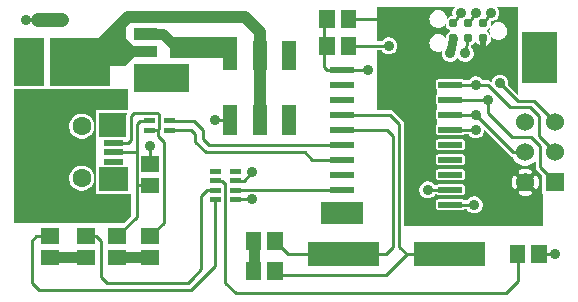
<source format=gbr>
G04 start of page 2 for group 0 idx 0 *
G04 Title: (unknown), top *
G04 Creator: pcb 20140316 *
G04 CreationDate: Thu 29 Oct 2015 06:01:01 PM GMT UTC *
G04 For: ndholmes *
G04 Format: Gerber/RS-274X *
G04 PCB-Dimensions (mil): 1875.00 1000.00 *
G04 PCB-Coordinate-Origin: lower left *
%MOIN*%
%FSLAX25Y25*%
%LNTOP*%
%ADD34C,0.0433*%
%ADD33C,0.0390*%
%ADD32C,0.0380*%
%ADD31C,0.0360*%
%ADD30R,0.0340X0.0340*%
%ADD29R,0.0945X0.0945*%
%ADD28R,0.0378X0.0378*%
%ADD27R,0.0197X0.0197*%
%ADD26R,0.0470X0.0470*%
%ADD25R,0.0630X0.0630*%
%ADD24R,0.0167X0.0167*%
%ADD23R,0.0787X0.0787*%
%ADD22R,0.0200X0.0200*%
%ADD21R,0.0512X0.0512*%
%ADD20C,0.0310*%
%ADD19C,0.0633*%
%ADD18C,0.0600*%
%ADD17C,0.0450*%
%ADD16C,0.0400*%
%ADD15C,0.0350*%
%ADD14C,0.0200*%
%ADD13C,0.0300*%
%ADD12C,0.0100*%
%ADD11C,0.0001*%
G54D11*G36*
X104000Y33500D02*X118000D01*
Y26000D01*
X104000D01*
Y33500D01*
G37*
G36*
X171000Y90000D02*X182500D01*
Y73000D01*
X171000D01*
Y90000D01*
G37*
G36*
X175613Y44429D02*X175659Y44317D01*
X175783Y44116D01*
X175936Y43936D01*
X175981Y43898D01*
X177501Y42377D01*
X177514Y36765D01*
X177569Y36535D01*
X177659Y36317D01*
X177783Y36116D01*
X177936Y35936D01*
X178000Y35881D01*
Y25500D01*
X175613D01*
Y37853D01*
X175656Y37860D01*
X175768Y37897D01*
X175873Y37952D01*
X175968Y38022D01*
X176051Y38106D01*
X176119Y38202D01*
X176170Y38308D01*
X176318Y38716D01*
X176422Y39137D01*
X176484Y39567D01*
X176505Y40000D01*
X176484Y40433D01*
X176422Y40863D01*
X176318Y41284D01*
X176175Y41694D01*
X176122Y41800D01*
X176053Y41896D01*
X175970Y41981D01*
X175875Y42051D01*
X175769Y42106D01*
X175657Y42143D01*
X175613Y42151D01*
Y44429D01*
G37*
G36*
X172002Y45486D02*X172706Y45542D01*
X173395Y45707D01*
X174049Y45978D01*
X174653Y46348D01*
X175192Y46808D01*
X175500Y47169D01*
Y45059D01*
X175495Y45000D01*
X175514Y44765D01*
X175569Y44535D01*
X175613Y44429D01*
Y42151D01*
X175540Y42163D01*
X175421Y42164D01*
X175304Y42146D01*
X175191Y42110D01*
X175085Y42057D01*
X174988Y41988D01*
X174904Y41905D01*
X174833Y41809D01*
X174779Y41704D01*
X174741Y41592D01*
X174722Y41475D01*
X174721Y41356D01*
X174739Y41239D01*
X174777Y41126D01*
X174876Y40855D01*
X174944Y40575D01*
X174986Y40289D01*
X175000Y40000D01*
X174986Y39711D01*
X174944Y39425D01*
X174876Y39145D01*
X174780Y38872D01*
X174742Y38761D01*
X174725Y38644D01*
X174725Y38526D01*
X174745Y38409D01*
X174782Y38297D01*
X174836Y38193D01*
X174906Y38098D01*
X174991Y38015D01*
X175087Y37946D01*
X175192Y37893D01*
X175305Y37857D01*
X175421Y37840D01*
X175539Y37841D01*
X175613Y37853D01*
Y25500D01*
X172002D01*
Y35495D01*
X172433Y35516D01*
X172863Y35578D01*
X173284Y35682D01*
X173694Y35825D01*
X173800Y35878D01*
X173896Y35947D01*
X173981Y36030D01*
X174051Y36125D01*
X174106Y36231D01*
X174143Y36343D01*
X174163Y36460D01*
X174164Y36579D01*
X174146Y36696D01*
X174110Y36809D01*
X174057Y36915D01*
X173988Y37012D01*
X173905Y37096D01*
X173809Y37167D01*
X173704Y37221D01*
X173592Y37259D01*
X173475Y37278D01*
X173356Y37279D01*
X173239Y37261D01*
X173126Y37223D01*
X172855Y37124D01*
X172575Y37056D01*
X172289Y37014D01*
X172002Y37000D01*
Y43000D01*
X172289Y42986D01*
X172575Y42944D01*
X172855Y42876D01*
X173128Y42780D01*
X173239Y42742D01*
X173356Y42725D01*
X173474Y42725D01*
X173591Y42745D01*
X173703Y42782D01*
X173807Y42836D01*
X173902Y42906D01*
X173985Y42991D01*
X174054Y43087D01*
X174107Y43192D01*
X174143Y43305D01*
X174160Y43421D01*
X174159Y43539D01*
X174140Y43656D01*
X174103Y43768D01*
X174048Y43873D01*
X173978Y43968D01*
X173894Y44051D01*
X173798Y44119D01*
X173692Y44170D01*
X173284Y44318D01*
X172863Y44422D01*
X172433Y44484D01*
X172002Y44505D01*
Y45486D01*
G37*
G36*
X168387Y47302D02*X168808Y46808D01*
X169347Y46348D01*
X169951Y45978D01*
X170605Y45707D01*
X171294Y45542D01*
X172000Y45486D01*
X172002Y45486D01*
Y44505D01*
X172000Y44505D01*
X171567Y44484D01*
X171137Y44422D01*
X170716Y44318D01*
X170306Y44175D01*
X170200Y44122D01*
X170104Y44053D01*
X170019Y43970D01*
X169949Y43875D01*
X169894Y43769D01*
X169857Y43657D01*
X169837Y43540D01*
X169836Y43421D01*
X169854Y43304D01*
X169890Y43191D01*
X169943Y43085D01*
X170012Y42988D01*
X170095Y42904D01*
X170191Y42833D01*
X170296Y42779D01*
X170408Y42741D01*
X170525Y42722D01*
X170644Y42721D01*
X170761Y42739D01*
X170874Y42777D01*
X171145Y42876D01*
X171425Y42944D01*
X171711Y42986D01*
X172000Y43000D01*
X172002Y43000D01*
Y37000D01*
X172000Y37000D01*
X171711Y37014D01*
X171425Y37056D01*
X171145Y37124D01*
X170872Y37220D01*
X170761Y37258D01*
X170644Y37275D01*
X170526Y37275D01*
X170409Y37255D01*
X170297Y37218D01*
X170193Y37164D01*
X170098Y37094D01*
X170015Y37009D01*
X169946Y36913D01*
X169893Y36808D01*
X169857Y36695D01*
X169840Y36579D01*
X169841Y36461D01*
X169860Y36344D01*
X169897Y36232D01*
X169952Y36127D01*
X170022Y36032D01*
X170106Y35949D01*
X170202Y35881D01*
X170308Y35830D01*
X170716Y35682D01*
X171137Y35578D01*
X171567Y35516D01*
X172000Y35495D01*
X172002Y35495D01*
Y25500D01*
X168387D01*
Y37849D01*
X168460Y37837D01*
X168579Y37836D01*
X168696Y37854D01*
X168809Y37890D01*
X168915Y37943D01*
X169012Y38012D01*
X169096Y38095D01*
X169167Y38191D01*
X169221Y38296D01*
X169259Y38408D01*
X169278Y38525D01*
X169279Y38644D01*
X169261Y38761D01*
X169223Y38874D01*
X169124Y39145D01*
X169056Y39425D01*
X169014Y39711D01*
X169000Y40000D01*
X169014Y40289D01*
X169056Y40575D01*
X169124Y40855D01*
X169220Y41128D01*
X169258Y41239D01*
X169275Y41356D01*
X169275Y41474D01*
X169255Y41591D01*
X169218Y41703D01*
X169164Y41807D01*
X169094Y41902D01*
X169009Y41985D01*
X168913Y42054D01*
X168808Y42107D01*
X168695Y42143D01*
X168579Y42160D01*
X168461Y42159D01*
X168387Y42147D01*
Y47302D01*
G37*
G36*
X161000Y50000D02*X165879D01*
X166898Y48981D01*
X166936Y48936D01*
X167115Y48783D01*
X167116Y48783D01*
X167317Y48659D01*
X167535Y48569D01*
X167743Y48519D01*
X167978Y47951D01*
X168348Y47347D01*
X168387Y47302D01*
Y42147D01*
X168344Y42140D01*
X168232Y42103D01*
X168127Y42048D01*
X168032Y41978D01*
X167949Y41894D01*
X167881Y41798D01*
X167830Y41692D01*
X167682Y41284D01*
X167578Y40863D01*
X167516Y40433D01*
X167495Y40000D01*
X167516Y39567D01*
X167578Y39137D01*
X167682Y38716D01*
X167825Y38306D01*
X167878Y38200D01*
X167947Y38104D01*
X168030Y38019D01*
X168125Y37949D01*
X168231Y37894D01*
X168343Y37857D01*
X168387Y37849D01*
Y25500D01*
X161000D01*
Y50000D01*
G37*
G36*
X147000Y90654D02*X147210Y90567D01*
X147490Y90500D01*
X147210Y90433D01*
X147000Y90346D01*
Y90654D01*
G37*
G36*
Y98500D02*X148530D01*
X148514Y98486D01*
X148228Y98151D01*
X147997Y97775D01*
X147829Y97368D01*
X147726Y96939D01*
X147691Y96500D01*
X147726Y96061D01*
X147829Y95632D01*
X147864Y95547D01*
X147600Y95526D01*
X147210Y95433D01*
X147000Y95346D01*
Y98500D01*
G37*
G36*
X168387Y47302D02*X168808Y46808D01*
X169347Y46348D01*
X169500Y46254D01*
Y25500D01*
X168387D01*
Y37849D01*
X168460Y37837D01*
X168579Y37836D01*
X168696Y37854D01*
X168809Y37890D01*
X168915Y37943D01*
X169012Y38012D01*
X169096Y38095D01*
X169167Y38191D01*
X169221Y38296D01*
X169259Y38408D01*
X169278Y38525D01*
X169279Y38644D01*
X169261Y38761D01*
X169223Y38874D01*
X169124Y39145D01*
X169056Y39425D01*
X169014Y39711D01*
X169000Y40000D01*
X169014Y40289D01*
X169056Y40575D01*
X169124Y40855D01*
X169220Y41128D01*
X169258Y41239D01*
X169275Y41356D01*
X169275Y41474D01*
X169255Y41591D01*
X169218Y41703D01*
X169164Y41807D01*
X169094Y41902D01*
X169009Y41985D01*
X168913Y42054D01*
X168808Y42107D01*
X168695Y42143D01*
X168579Y42160D01*
X168461Y42159D01*
X168387Y42147D01*
Y47302D01*
G37*
G36*
X147000Y55704D02*X151126Y55707D01*
X151248Y55737D01*
X151364Y55785D01*
X151472Y55851D01*
X151567Y55933D01*
X151625Y56000D01*
X153135D01*
X153228Y55849D01*
X153514Y55514D01*
X153849Y55228D01*
X154225Y54997D01*
X154632Y54829D01*
X155061Y54726D01*
X155500Y54691D01*
X155939Y54726D01*
X156368Y54829D01*
X156775Y54997D01*
X157151Y55228D01*
X157486Y55514D01*
X157772Y55849D01*
X158003Y56225D01*
X158171Y56632D01*
X158274Y57061D01*
X158300Y57500D01*
X158379D01*
X166898Y48981D01*
X166936Y48936D01*
X167115Y48783D01*
X167116Y48783D01*
X167317Y48659D01*
X167535Y48569D01*
X167743Y48519D01*
X167978Y47951D01*
X168348Y47347D01*
X168387Y47302D01*
Y42147D01*
X168344Y42140D01*
X168232Y42103D01*
X168127Y42048D01*
X168032Y41978D01*
X167949Y41894D01*
X167881Y41798D01*
X167830Y41692D01*
X167682Y41284D01*
X167578Y40863D01*
X167516Y40433D01*
X167495Y40000D01*
X167516Y39567D01*
X167578Y39137D01*
X167682Y38716D01*
X167825Y38306D01*
X167878Y38200D01*
X167947Y38104D01*
X168030Y38019D01*
X168125Y37949D01*
X168231Y37894D01*
X168343Y37857D01*
X168387Y37849D01*
Y25500D01*
X147000D01*
Y30704D01*
X151126Y30707D01*
X151248Y30737D01*
X151364Y30785D01*
X151472Y30851D01*
X151567Y30933D01*
X151625Y31000D01*
X152635D01*
X152728Y30849D01*
X153014Y30514D01*
X153349Y30228D01*
X153725Y29997D01*
X154132Y29829D01*
X154561Y29726D01*
X155000Y29691D01*
X155439Y29726D01*
X155868Y29829D01*
X156275Y29997D01*
X156651Y30228D01*
X156986Y30514D01*
X157272Y30849D01*
X157503Y31225D01*
X157671Y31632D01*
X157774Y32061D01*
X157800Y32500D01*
X157774Y32939D01*
X157671Y33368D01*
X157503Y33775D01*
X157272Y34151D01*
X156986Y34486D01*
X156651Y34772D01*
X156275Y35003D01*
X155868Y35171D01*
X155439Y35274D01*
X155000Y35309D01*
X154561Y35274D01*
X154132Y35171D01*
X153725Y35003D01*
X153349Y34772D01*
X153014Y34486D01*
X152728Y34151D01*
X152635Y34000D01*
X151625D01*
X151567Y34067D01*
X151472Y34149D01*
X151364Y34215D01*
X151248Y34263D01*
X151126Y34293D01*
X151000Y34300D01*
X147000Y34296D01*
Y35704D01*
X151126Y35707D01*
X151248Y35737D01*
X151364Y35785D01*
X151472Y35851D01*
X151567Y35933D01*
X151649Y36028D01*
X151715Y36136D01*
X151763Y36252D01*
X151793Y36374D01*
X151800Y36500D01*
X151793Y38626D01*
X151763Y38748D01*
X151715Y38864D01*
X151649Y38972D01*
X151567Y39067D01*
X151472Y39149D01*
X151364Y39215D01*
X151248Y39263D01*
X151126Y39293D01*
X151000Y39300D01*
X147000Y39296D01*
Y40704D01*
X151126Y40707D01*
X151248Y40737D01*
X151364Y40785D01*
X151472Y40851D01*
X151567Y40933D01*
X151649Y41028D01*
X151715Y41136D01*
X151763Y41252D01*
X151793Y41374D01*
X151800Y41500D01*
X151793Y43626D01*
X151763Y43748D01*
X151715Y43864D01*
X151649Y43972D01*
X151567Y44067D01*
X151472Y44149D01*
X151364Y44215D01*
X151248Y44263D01*
X151126Y44293D01*
X151000Y44300D01*
X147000Y44296D01*
Y45704D01*
X151126Y45707D01*
X151248Y45737D01*
X151364Y45785D01*
X151472Y45851D01*
X151567Y45933D01*
X151649Y46028D01*
X151715Y46136D01*
X151763Y46252D01*
X151793Y46374D01*
X151800Y46500D01*
X151793Y48626D01*
X151763Y48748D01*
X151715Y48864D01*
X151649Y48972D01*
X151567Y49067D01*
X151472Y49149D01*
X151364Y49215D01*
X151248Y49263D01*
X151126Y49293D01*
X151000Y49300D01*
X147000Y49296D01*
Y50704D01*
X151126Y50707D01*
X151248Y50737D01*
X151364Y50785D01*
X151472Y50851D01*
X151567Y50933D01*
X151649Y51028D01*
X151715Y51136D01*
X151763Y51252D01*
X151793Y51374D01*
X151800Y51500D01*
X151793Y53626D01*
X151763Y53748D01*
X151715Y53864D01*
X151649Y53972D01*
X151567Y54067D01*
X151472Y54149D01*
X151364Y54215D01*
X151248Y54263D01*
X151126Y54293D01*
X151000Y54300D01*
X147000Y54296D01*
Y55704D01*
G37*
G36*
X162995Y95213D02*X163003Y95225D01*
X163171Y95632D01*
X163274Y96061D01*
X163300Y96500D01*
X163274Y96939D01*
X163171Y97368D01*
X163003Y97775D01*
X162995Y97787D01*
Y98500D01*
X169500D01*
Y69121D01*
X166233Y72389D01*
X166274Y72561D01*
X166300Y73000D01*
X166274Y73439D01*
X166171Y73868D01*
X166003Y74275D01*
X165772Y74651D01*
X165486Y74986D01*
X165151Y75272D01*
X164775Y75503D01*
X164368Y75671D01*
X163939Y75774D01*
X163500Y75809D01*
X163061Y75774D01*
X162995Y75758D01*
Y87541D01*
X163000Y87541D01*
X163463Y87577D01*
X163914Y87686D01*
X164343Y87863D01*
X164739Y88106D01*
X165092Y88408D01*
X165394Y88761D01*
X165637Y89157D01*
X165814Y89586D01*
X165923Y90037D01*
X165950Y90500D01*
X165923Y90963D01*
X165814Y91414D01*
X165637Y91843D01*
X165394Y92239D01*
X165092Y92592D01*
X164739Y92894D01*
X164343Y93137D01*
X163914Y93314D01*
X163463Y93423D01*
X163000Y93459D01*
X162995Y93459D01*
Y95213D01*
G37*
G36*
Y97787D02*X162772Y98151D01*
X162486Y98486D01*
X162470Y98500D01*
X162995D01*
Y97787D01*
G37*
G36*
X160550Y93000D02*X160526Y93400D01*
X160456Y93695D01*
X160500Y93691D01*
X160939Y93726D01*
X161368Y93829D01*
X161775Y93997D01*
X162151Y94228D01*
X162486Y94514D01*
X162772Y94849D01*
X162995Y95213D01*
Y93459D01*
X162537Y93423D01*
X162086Y93314D01*
X161657Y93137D01*
X161261Y92894D01*
X160908Y92592D01*
X160606Y92239D01*
X160363Y91843D01*
X160186Y91414D01*
X160077Y90963D01*
X160041Y90500D01*
X160077Y90037D01*
X160186Y89586D01*
X160363Y89157D01*
X160606Y88761D01*
X160908Y88408D01*
X161261Y88106D01*
X161657Y87863D01*
X162086Y87686D01*
X162537Y87577D01*
X162995Y87541D01*
Y75758D01*
X162632Y75671D01*
X162225Y75503D01*
X161849Y75272D01*
X161514Y74986D01*
X161228Y74651D01*
X160997Y74275D01*
X160829Y73868D01*
X160726Y73439D01*
X160723Y73399D01*
X160602Y73519D01*
X160564Y73564D01*
X160384Y73717D01*
X160183Y73841D01*
X159965Y73931D01*
X159735Y73986D01*
X159735Y73986D01*
X159500Y74005D01*
X159441Y74000D01*
X157865D01*
X157772Y74151D01*
X157486Y74486D01*
X157151Y74772D01*
X156775Y75003D01*
X156368Y75171D01*
X155939Y75274D01*
X155500Y75309D01*
X155061Y75274D01*
X154632Y75171D01*
X154225Y75003D01*
X153849Y74772D01*
X153514Y74486D01*
X153228Y74151D01*
X153135Y74000D01*
X151625D01*
X151567Y74067D01*
X151472Y74149D01*
X151364Y74215D01*
X151248Y74263D01*
X151126Y74293D01*
X151000Y74300D01*
X147000Y74296D01*
Y80191D01*
X147439Y80226D01*
X147868Y80329D01*
X148275Y80497D01*
X148651Y80728D01*
X148986Y81014D01*
X149272Y81349D01*
X149500Y81721D01*
X149728Y81349D01*
X150014Y81014D01*
X150349Y80728D01*
X150725Y80497D01*
X151132Y80329D01*
X151561Y80226D01*
X152000Y80191D01*
X152439Y80226D01*
X152868Y80329D01*
X153275Y80497D01*
X153651Y80728D01*
X153986Y81014D01*
X154272Y81349D01*
X154503Y81725D01*
X154671Y82132D01*
X154774Y82561D01*
X154800Y83000D01*
X154774Y83439D01*
X154671Y83868D01*
X154503Y84275D01*
X154272Y84651D01*
X153986Y84986D01*
X153936Y85029D01*
X154066Y85681D01*
X154161Y85721D01*
X154503Y85931D01*
X154809Y86191D01*
X155069Y86497D01*
X155279Y86839D01*
X155433Y87210D01*
X155500Y87490D01*
X155567Y87210D01*
X155721Y86839D01*
X155931Y86497D01*
X156191Y86191D01*
X156497Y85931D01*
X156839Y85721D01*
X157210Y85567D01*
X157600Y85474D01*
X158000Y85442D01*
X158400Y85474D01*
X158790Y85567D01*
X159161Y85721D01*
X159503Y85931D01*
X159809Y86191D01*
X160069Y86497D01*
X160279Y86839D01*
X160433Y87210D01*
X160526Y87600D01*
X160550Y88000D01*
X160526Y88400D01*
X160433Y88790D01*
X160279Y89161D01*
X160069Y89503D01*
X159809Y89809D01*
X159503Y90069D01*
X159161Y90279D01*
X158790Y90433D01*
X158510Y90500D01*
X158790Y90567D01*
X159161Y90721D01*
X159503Y90931D01*
X159809Y91191D01*
X160069Y91497D01*
X160279Y91839D01*
X160433Y92210D01*
X160526Y92600D01*
X160550Y93000D01*
G37*
G36*
X147000Y74296D02*X142874Y74293D01*
X142752Y74263D01*
X142636Y74215D01*
X142528Y74149D01*
X142433Y74067D01*
X142351Y73972D01*
X142285Y73864D01*
X142237Y73748D01*
X142207Y73626D01*
X142200Y73500D01*
X142207Y71374D01*
X142237Y71252D01*
X142285Y71136D01*
X142351Y71028D01*
X142433Y70933D01*
X142500Y70875D01*
Y69125D01*
X142433Y69067D01*
X142351Y68972D01*
X142285Y68864D01*
X142237Y68748D01*
X142207Y68626D01*
X142200Y68500D01*
X142207Y66374D01*
X142237Y66252D01*
X142285Y66136D01*
X142351Y66028D01*
X142433Y65933D01*
X142500Y65875D01*
Y64125D01*
X142433Y64067D01*
X142351Y63972D01*
X142285Y63864D01*
X142237Y63748D01*
X142207Y63626D01*
X142200Y63500D01*
X142207Y61374D01*
X142237Y61252D01*
X142285Y61136D01*
X142351Y61028D01*
X142433Y60933D01*
X142500Y60875D01*
Y59125D01*
X142433Y59067D01*
X142351Y58972D01*
X142285Y58864D01*
X142237Y58748D01*
X142207Y58626D01*
X142200Y58500D01*
X142207Y56374D01*
X142237Y56252D01*
X142285Y56136D01*
X142351Y56028D01*
X142433Y55933D01*
X142528Y55851D01*
X142636Y55785D01*
X142752Y55737D01*
X142874Y55707D01*
X143000Y55700D01*
X147000Y55704D01*
Y54296D01*
X142874Y54293D01*
X142752Y54263D01*
X142636Y54215D01*
X142528Y54149D01*
X142433Y54067D01*
X142351Y53972D01*
X142285Y53864D01*
X142237Y53748D01*
X142207Y53626D01*
X142200Y53500D01*
X142207Y51374D01*
X142237Y51252D01*
X142285Y51136D01*
X142351Y51028D01*
X142433Y50933D01*
X142528Y50851D01*
X142636Y50785D01*
X142752Y50737D01*
X142874Y50707D01*
X143000Y50700D01*
X147000Y50704D01*
Y49296D01*
X142874Y49293D01*
X142752Y49263D01*
X142636Y49215D01*
X142528Y49149D01*
X142433Y49067D01*
X142351Y48972D01*
X142285Y48864D01*
X142237Y48748D01*
X142207Y48626D01*
X142200Y48500D01*
X142207Y46374D01*
X142237Y46252D01*
X142285Y46136D01*
X142351Y46028D01*
X142433Y45933D01*
X142528Y45851D01*
X142636Y45785D01*
X142752Y45737D01*
X142874Y45707D01*
X143000Y45700D01*
X147000Y45704D01*
Y44296D01*
X142874Y44293D01*
X142752Y44263D01*
X142636Y44215D01*
X142528Y44149D01*
X142433Y44067D01*
X142351Y43972D01*
X142285Y43864D01*
X142237Y43748D01*
X142207Y43626D01*
X142200Y43500D01*
X142207Y41374D01*
X142237Y41252D01*
X142285Y41136D01*
X142351Y41028D01*
X142433Y40933D01*
X142528Y40851D01*
X142636Y40785D01*
X142752Y40737D01*
X142874Y40707D01*
X143000Y40700D01*
X147000Y40704D01*
Y39296D01*
X142874Y39293D01*
X142752Y39263D01*
X142636Y39215D01*
X142528Y39149D01*
X142433Y39067D01*
X142375Y39000D01*
X141865D01*
X141772Y39151D01*
X141486Y39486D01*
X141151Y39772D01*
X140775Y40003D01*
X140368Y40171D01*
X139939Y40274D01*
X139500Y40309D01*
X139061Y40274D01*
X138632Y40171D01*
X138225Y40003D01*
X137849Y39772D01*
X137514Y39486D01*
X137228Y39151D01*
X136997Y38775D01*
X136829Y38368D01*
X136726Y37939D01*
X136691Y37500D01*
X136726Y37061D01*
X136829Y36632D01*
X136997Y36225D01*
X137228Y35849D01*
X137514Y35514D01*
X137849Y35228D01*
X138225Y34997D01*
X138632Y34829D01*
X139061Y34726D01*
X139500Y34691D01*
X139939Y34726D01*
X140368Y34829D01*
X140775Y34997D01*
X141151Y35228D01*
X141486Y35514D01*
X141772Y35849D01*
X141865Y36000D01*
X142375D01*
X142433Y35933D01*
X142528Y35851D01*
X142636Y35785D01*
X142752Y35737D01*
X142874Y35707D01*
X143000Y35700D01*
X147000Y35704D01*
Y34296D01*
X142874Y34293D01*
X142752Y34263D01*
X142636Y34215D01*
X142528Y34149D01*
X142433Y34067D01*
X142351Y33972D01*
X142285Y33864D01*
X142237Y33748D01*
X142207Y33626D01*
X142200Y33500D01*
X142207Y31374D01*
X142237Y31252D01*
X142285Y31136D01*
X142351Y31028D01*
X142433Y30933D01*
X142528Y30851D01*
X142636Y30785D01*
X142752Y30737D01*
X142874Y30707D01*
X143000Y30700D01*
X147000Y30704D01*
Y25500D01*
X131500D01*
Y59441D01*
X131505Y59500D01*
X131486Y59735D01*
X131431Y59965D01*
X131341Y60183D01*
X131217Y60384D01*
X131064Y60564D01*
X131019Y60602D01*
X128102Y63519D01*
X128064Y63564D01*
X127884Y63717D01*
X127683Y63841D01*
X127465Y63931D01*
X127235Y63986D01*
X127000Y64005D01*
X126941Y64000D01*
X122500D01*
Y84000D01*
X124135D01*
X124228Y83849D01*
X124514Y83514D01*
X124849Y83228D01*
X125225Y82997D01*
X125632Y82829D01*
X126061Y82726D01*
X126500Y82691D01*
X126939Y82726D01*
X127368Y82829D01*
X127775Y82997D01*
X128151Y83228D01*
X128486Y83514D01*
X128772Y83849D01*
X129003Y84225D01*
X129171Y84632D01*
X129274Y85061D01*
X129300Y85500D01*
X129274Y85939D01*
X129171Y86368D01*
X129003Y86775D01*
X128772Y87151D01*
X128486Y87486D01*
X128151Y87772D01*
X127775Y88003D01*
X127368Y88171D01*
X126939Y88274D01*
X126500Y88309D01*
X126061Y88274D01*
X125632Y88171D01*
X125225Y88003D01*
X124849Y87772D01*
X124514Y87486D01*
X124228Y87151D01*
X124135Y87000D01*
X122500D01*
Y98500D01*
X147000D01*
Y95346D01*
X146839Y95279D01*
X146497Y95069D01*
X146191Y94809D01*
X145949Y94524D01*
X145923Y94963D01*
X145814Y95414D01*
X145637Y95843D01*
X145394Y96239D01*
X145092Y96592D01*
X144739Y96894D01*
X144343Y97137D01*
X143914Y97314D01*
X143463Y97423D01*
X143000Y97459D01*
X142537Y97423D01*
X142086Y97314D01*
X141657Y97137D01*
X141261Y96894D01*
X140908Y96592D01*
X140606Y96239D01*
X140363Y95843D01*
X140186Y95414D01*
X140077Y94963D01*
X140041Y94500D01*
X140077Y94037D01*
X140186Y93586D01*
X140363Y93157D01*
X140606Y92761D01*
X140908Y92408D01*
X141261Y92106D01*
X141657Y91863D01*
X142086Y91686D01*
X142537Y91577D01*
X143000Y91541D01*
X143463Y91577D01*
X143914Y91686D01*
X144343Y91863D01*
X144739Y92106D01*
X145092Y92408D01*
X145394Y92761D01*
X145453Y92858D01*
X145474Y92600D01*
X145567Y92210D01*
X145721Y91839D01*
X145931Y91497D01*
X146191Y91191D01*
X146497Y90931D01*
X146839Y90721D01*
X147000Y90654D01*
Y90346D01*
X146839Y90279D01*
X146497Y90069D01*
X146191Y89809D01*
X145931Y89503D01*
X145721Y89161D01*
X145567Y88790D01*
X145474Y88400D01*
X145453Y88142D01*
X145394Y88239D01*
X145092Y88592D01*
X144739Y88894D01*
X144343Y89137D01*
X143914Y89314D01*
X143463Y89423D01*
X143000Y89459D01*
X142537Y89423D01*
X142086Y89314D01*
X141657Y89137D01*
X141261Y88894D01*
X140908Y88592D01*
X140606Y88239D01*
X140363Y87843D01*
X140186Y87414D01*
X140077Y86963D01*
X140041Y86500D01*
X140077Y86037D01*
X140186Y85586D01*
X140363Y85157D01*
X140606Y84761D01*
X140908Y84408D01*
X141261Y84106D01*
X141657Y83863D01*
X142086Y83686D01*
X142537Y83577D01*
X143000Y83541D01*
X143463Y83577D01*
X143914Y83686D01*
X144326Y83856D01*
X144226Y83439D01*
X144191Y83000D01*
X144226Y82561D01*
X144329Y82132D01*
X144497Y81725D01*
X144728Y81349D01*
X145014Y81014D01*
X145349Y80728D01*
X145725Y80497D01*
X146132Y80329D01*
X146561Y80226D01*
X147000Y80191D01*
Y74296D01*
G37*
G36*
X11500Y88000D02*Y72000D01*
X1500D01*
Y88000D01*
X11500D01*
G37*
G36*
X13500Y72000D02*Y88000D01*
X33500D01*
Y72000D01*
X13500D01*
G37*
G36*
X53738Y88500D02*X76000D01*
Y81500D01*
X53500D01*
Y87999D01*
X53595Y88154D01*
X53738Y88500D01*
G37*
G36*
X37565Y82000D02*X34000D01*
Y92000D01*
X39000D01*
Y83442D01*
X37565Y82000D01*
G37*
G36*
X41500Y70000D02*Y79500D01*
X60000D01*
Y70000D01*
X41500D01*
G37*
G36*
X30000Y37000D02*Y45000D01*
X39500D01*
Y37000D01*
X30000D01*
G37*
G36*
X1500Y71000D02*X26500D01*
Y62089D01*
X26019Y62384D01*
X25413Y62635D01*
X24776Y62788D01*
X24122Y62839D01*
X23468Y62788D01*
X22831Y62635D01*
X22225Y62384D01*
X21666Y62041D01*
X21167Y61616D01*
X20742Y61117D01*
X20399Y60558D01*
X20148Y59952D01*
X19995Y59315D01*
X19944Y58661D01*
X19995Y58007D01*
X20148Y57370D01*
X20399Y56764D01*
X20742Y56205D01*
X21167Y55706D01*
X21666Y55281D01*
X22225Y54938D01*
X22831Y54687D01*
X23468Y54534D01*
X24122Y54483D01*
X24776Y54534D01*
X25413Y54687D01*
X26019Y54938D01*
X26500Y55233D01*
Y44767D01*
X26019Y45062D01*
X25413Y45313D01*
X24776Y45466D01*
X24122Y45517D01*
X23468Y45466D01*
X22831Y45313D01*
X22225Y45062D01*
X21666Y44719D01*
X21167Y44294D01*
X20742Y43795D01*
X20399Y43236D01*
X20148Y42630D01*
X19995Y41993D01*
X19944Y41339D01*
X19995Y40685D01*
X20148Y40048D01*
X20399Y39442D01*
X20742Y38883D01*
X21167Y38384D01*
X21666Y37959D01*
X22225Y37616D01*
X22831Y37365D01*
X23468Y37212D01*
X24122Y37161D01*
X24776Y37212D01*
X25413Y37365D01*
X26019Y37616D01*
X26500Y37911D01*
Y26500D01*
X1500D01*
Y71000D01*
G37*
G36*
X25500Y36000D02*X40500D01*
Y28664D01*
X38336Y26500D01*
X25500D01*
Y36000D01*
G37*
G36*
X26000Y71000D02*X39500D01*
Y64000D01*
X26000D01*
Y71000D01*
G37*
G36*
X25000Y65000D02*X29000D01*
Y34500D01*
X25000D01*
Y37266D01*
X25413Y37365D01*
X26019Y37616D01*
X26578Y37959D01*
X27077Y38384D01*
X27502Y38883D01*
X27845Y39442D01*
X28096Y40048D01*
X28249Y40685D01*
X28288Y41339D01*
X28249Y41993D01*
X28096Y42630D01*
X27845Y43236D01*
X27502Y43795D01*
X27077Y44294D01*
X26578Y44719D01*
X26019Y45062D01*
X25413Y45313D01*
X25000Y45412D01*
Y54588D01*
X25413Y54687D01*
X26019Y54938D01*
X26578Y55281D01*
X27077Y55706D01*
X27502Y56205D01*
X27845Y56764D01*
X28096Y57370D01*
X28249Y58007D01*
X28288Y58661D01*
X28249Y59315D01*
X28096Y59952D01*
X27845Y60558D01*
X27502Y61117D01*
X27077Y61616D01*
X26578Y62041D01*
X26019Y62384D01*
X25413Y62635D01*
X25000Y62734D01*
Y65000D01*
G37*
G36*
X30000Y55000D02*Y63000D01*
X39381D01*
X39283Y62884D01*
X39159Y62683D01*
X39069Y62465D01*
X39014Y62235D01*
X39014Y62235D01*
X38995Y62000D01*
X39000Y61941D01*
Y55000D01*
X30000D01*
G37*
G54D12*X111000Y62500D02*X127000D01*
X130000Y59500D01*
Y18500D01*
X111000Y57500D02*X126000D01*
X128000Y55500D01*
Y18500D01*
X130000D02*X132500Y16000D01*
X146717D01*
X147000Y37500D02*X139500D01*
X155000Y32500D02*X147000D01*
X128000Y18500D02*X125500Y16000D01*
X93043D01*
X125500Y9000D02*X88500D01*
X75500Y3000D02*X165500D01*
X169500Y7000D01*
Y16000D01*
X132500D02*X125500Y9000D01*
X113043Y85500D02*X126500D01*
G54D13*X148000Y88000D02*X147000Y83000D01*
G54D12*X153000Y88000D02*X152000Y83000D01*
G54D14*X158000Y88000D02*Y83500D01*
G54D12*X113043Y94500D02*X126000D01*
X153000Y93000D02*X155500Y96500D01*
X158000Y93000D02*X160500Y96500D01*
X148000Y93000D02*X150500Y96500D01*
X106000Y77500D02*X119500D01*
X155500Y62500D02*X168000Y50000D01*
X167500Y55000D02*X159500Y63000D01*
X147000Y57500D02*X155500D01*
X168000Y50000D02*X172000D01*
X174000Y55000D02*X167500D01*
X182000Y40000D02*X177000Y45000D01*
X182000Y16000D02*X176543D01*
X182000Y50000D02*X176500Y55500D01*
X177000Y45000D02*Y52000D01*
X174000Y55000D01*
X147000Y67500D02*X159500D01*
X147000Y62500D02*X155500D01*
X159500Y63000D02*Y67500D01*
X147000Y72500D02*X159500D01*
X167000Y65000D02*X159500Y72500D01*
X163500Y73000D02*X169500Y67000D01*
X176500Y55500D02*Y62000D01*
X173500Y65000D01*
X167000D01*
X169500Y67000D02*X175000D01*
X182000Y60000D01*
X62000Y53500D02*X65500Y50000D01*
X73700Y60675D02*X68500D01*
X65500Y50000D02*X98500D01*
X78075Y40575D02*X81000Y43500D01*
X65925Y37425D02*X64000Y35500D01*
X75348Y34276D02*X81000D01*
X68652Y37425D02*X65925D01*
X75348Y40575D02*X78075D01*
X70925D02*X72000Y39500D01*
X68652Y40575D02*X70925D01*
X71750Y39750D01*
X66500Y52500D02*X111000D01*
X106000Y77500D02*X105000Y78500D01*
Y94500D01*
X98500Y50000D02*X101000Y47500D01*
X111000D01*
X75348Y37425D02*X111000D01*
X64000Y35500D02*Y11000D01*
X68652Y34276D02*Y12152D01*
X64000Y11000D02*X59500Y6500D01*
X68652Y12152D02*X60500Y4000D01*
X93043Y16000D02*X88543Y20500D01*
G54D15*X81457D02*Y10500D01*
G54D12*X59500Y6500D02*X61500Y8500D01*
X72000Y39500D02*Y6500D01*
X75500Y3000D01*
G54D16*X28000Y83500D02*X39500Y95000D01*
G54D15*X44858Y89406D02*X51137D01*
X56500Y84043D01*
G54D17*X9500Y94000D02*X17500D01*
G54D12*X53348Y60575D02*X61425D01*
X46652D02*X43575D01*
X50000Y62500D02*X49500Y63000D01*
X41500D01*
X40500Y62000D01*
X60500Y4000D02*X16000D01*
X32500Y6500D02*X59500D01*
G54D15*X14000Y15043D02*X25000D01*
G54D12*X17000Y4000D02*X10000D01*
X7500Y6500D01*
Y20500D01*
X9000Y22000D01*
X13957D01*
X14000Y22043D01*
X25000D02*X28957D01*
X30500Y20500D01*
X42500Y28543D02*X36000Y22043D01*
X51500Y26543D02*X47000Y22043D01*
X30500Y20500D02*Y8500D01*
X32500Y6500D01*
G54D15*X47000Y14957D02*X36000D01*
G54D16*X83500Y90000D02*Y60675D01*
X39500Y95000D02*X78500D01*
X83500Y90000D01*
G54D12*X43575Y60575D02*X42500Y59500D01*
X61425Y60575D02*X64500Y57500D01*
Y54500D01*
X60575Y57425D02*X62000Y56000D01*
X64500Y54500D02*X66500Y52500D01*
X62000Y56000D02*Y53500D01*
X53348Y57425D02*X60575D01*
X46652D02*X49425D01*
X50000Y58000D01*
Y62500D01*
X49425Y57425D02*Y55575D01*
X51500Y53500D01*
X47000Y38957D02*X42500D01*
X51500Y53500D02*Y26543D01*
X40500Y62000D02*Y54000D01*
X47000Y46043D02*Y52000D01*
X42500Y59500D02*Y28543D01*
X34752Y50000D02*X42500D01*
X34752Y53150D02*X39650D01*
X40500Y54000D01*
G54D18*X182000Y60000D03*
X172000D03*
G54D11*G36*
X179000Y43000D02*Y37000D01*
X185000D01*
Y43000D01*
X179000D01*
G37*
G54D18*X182000Y50000D03*
X172000Y40000D03*
Y50000D03*
G54D19*X24122Y58661D03*
Y41339D03*
G54D20*X158000Y93000D03*
Y88000D03*
G54D21*X166957Y81893D02*Y81107D01*
X174043Y81893D02*Y81107D01*
G54D20*X153000Y93000D03*
Y88000D03*
X148000Y93000D03*
Y88000D03*
G54D22*X144000Y62500D02*X150000D01*
X144000Y67500D02*X150000D01*
X144000Y72500D02*X150000D01*
X144000Y77500D02*X150000D01*
G54D21*X176543Y16393D02*Y15607D01*
X169457Y16393D02*Y15607D01*
G54D22*X144000Y32500D02*X150000D01*
G54D23*X138843Y16000D02*X154591D01*
G54D22*X144000Y37500D02*X150000D01*
X144000Y42500D02*X150000D01*
X144000Y47500D02*X150000D01*
X144000Y52500D02*X150000D01*
X144000Y57500D02*X150000D01*
G54D24*X67717Y34276D02*X69587D01*
G54D21*X88543Y20893D02*Y20107D01*
X81457Y20893D02*Y20107D01*
X88543Y10893D02*Y10107D01*
X81457Y10893D02*Y10107D01*
G54D22*X108000Y32500D02*X114000D01*
G54D23*X103409Y16000D02*X119157D01*
G54D21*X25107Y14957D02*X25893D01*
X35607D02*X36393D01*
X46607D02*X47393D01*
X25107Y22043D02*X25893D01*
X35607D02*X36393D01*
X46607D02*X47393D01*
G54D25*X33177Y32874D02*X34752D01*
G54D21*X13107Y14957D02*X13893D01*
X13107Y22043D02*X13893D01*
G54D25*X11524Y32874D02*X13098D01*
G54D24*X74413Y40575D02*X76283D01*
X74413Y43724D02*X76283D01*
X67717D02*X69587D01*
X67717Y40575D02*X69587D01*
X67717Y37425D02*X69587D01*
X74413Y34276D02*X76283D01*
X74413Y37425D02*X76283D01*
G54D26*X73700Y84900D02*Y79750D01*
X83500Y84900D02*Y79750D01*
X93300Y84900D02*Y79750D01*
X73700Y63250D02*Y58100D01*
X83500Y63250D02*Y58100D01*
X93300Y63250D02*Y58100D01*
G54D22*X108000Y77500D02*X114000D01*
X108000Y72500D02*X114000D01*
X108000Y67500D02*X114000D01*
X108000Y62500D02*X114000D01*
X108000Y57500D02*X114000D01*
X108000Y52500D02*X114000D01*
X108000Y47500D02*X114000D01*
X108000Y42500D02*X114000D01*
X108000Y37500D02*X114000D01*
G54D21*X105957Y94893D02*Y94107D01*
Y85893D02*Y85107D01*
X113043Y94893D02*Y94107D01*
Y85893D02*Y85107D01*
G54D24*X45717Y60575D02*X47587D01*
X45717Y57425D02*X47587D01*
G54D21*X46607Y38957D02*X47393D01*
X46607Y46043D02*X47393D01*
G54D24*X52413Y57425D02*X54283D01*
X52413Y60575D02*X54283D01*
G54D27*X32587Y56299D02*X36917D01*
X32587Y53150D02*X36917D01*
X32587Y50000D02*X36917D01*
X32587Y46850D02*X36917D01*
X32587Y43701D02*X36917D01*
G54D28*X43311Y77594D02*X47405D01*
X35595Y83500D02*X47405D01*
G54D29*X31971D02*X33861D01*
G54D11*G36*
X37166Y80195D02*X40006Y83035D01*
X41426Y81615D01*
X38586Y78775D01*
X37166Y80195D01*
G37*
G36*
X38586Y88225D02*X41426Y85385D01*
X40006Y83965D01*
X37166Y86805D01*
X38586Y88225D01*
G37*
G54D30*X9600Y86100D02*Y85500D01*
X13500Y94300D02*Y93700D01*
X17400Y86100D02*Y85500D01*
G54D21*X16043Y77893D02*Y77107D01*
X8957Y77893D02*Y77107D01*
G54D28*X43311Y89406D02*X47405D01*
G54D21*X56107Y84043D02*X56893D01*
X56107Y76957D02*X56893D01*
G54D25*X11524Y67126D02*X13098D01*
X33177D02*X34752D01*
G54D31*X126500Y85500D03*
X152000Y83000D03*
X147000D03*
X126000Y94500D03*
X119500Y77500D03*
X130500Y94500D03*
X135000D03*
X155500Y96500D03*
X160500D03*
X150500D03*
X155500Y72500D03*
X159500Y67500D03*
X174000Y87000D03*
Y76000D03*
X163500Y73000D03*
X179500Y76000D03*
Y81500D03*
Y87000D03*
X81000Y43500D03*
X68500Y60675D03*
X81000Y34276D03*
X66000Y83500D03*
X53000Y72500D03*
X57500D03*
X69000Y86500D03*
X63000D03*
X139500Y37500D03*
X155500Y62500D03*
X155000Y32500D03*
X111000Y28500D03*
X115500D03*
X155500Y57500D03*
X106500Y28500D03*
X182000Y16000D03*
X81500Y15500D03*
X4000Y85500D03*
X9500Y94000D03*
X5500D03*
X17500D03*
X4000Y75500D03*
Y80500D03*
X19500Y15000D03*
X41500D03*
X37000Y39500D03*
X32500D03*
X44000Y72500D03*
X48500D03*
X47000Y52000D03*
X36500Y60500D03*
X32500D03*
G54D14*G54D32*G54D33*G54D32*G54D33*G54D34*M02*

</source>
